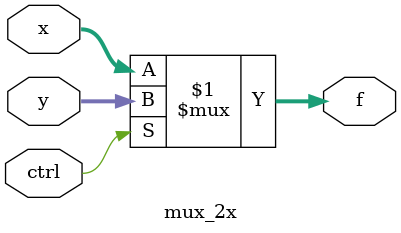
<source format=v>
module mux_2x(
input ctrl,
input [15:0] x,
input [15:0] y,

output [15:0] f
);
assign f = ctrl? y:x;

endmodule
</source>
